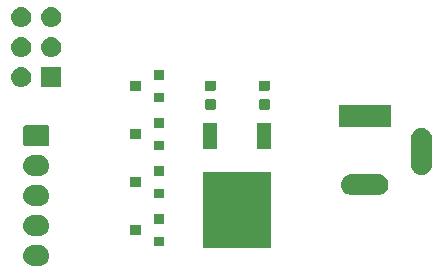
<source format=gbr>
G04 #@! TF.GenerationSoftware,KiCad,Pcbnew,5.0.2-bee76a0~70~ubuntu18.04.1*
G04 #@! TF.CreationDate,2019-12-10T21:20:44+01:00*
G04 #@! TF.ProjectId,RGB_strip,5247425f-7374-4726-9970-2e6b69636164,rev?*
G04 #@! TF.SameCoordinates,Original*
G04 #@! TF.FileFunction,Soldermask,Bot*
G04 #@! TF.FilePolarity,Negative*
%FSLAX46Y46*%
G04 Gerber Fmt 4.6, Leading zero omitted, Abs format (unit mm)*
G04 Created by KiCad (PCBNEW 5.0.2-bee76a0~70~ubuntu18.04.1) date mar 10 dic 2019 21:20:44 CET*
%MOMM*%
%LPD*%
G01*
G04 APERTURE LIST*
%ADD10C,0.100000*%
G04 APERTURE END LIST*
D10*
G36*
X106953546Y-107473588D02*
X106953549Y-107473589D01*
X106953550Y-107473589D01*
X107117545Y-107523336D01*
X107117547Y-107523337D01*
X107268686Y-107604122D01*
X107401159Y-107712841D01*
X107509878Y-107845314D01*
X107590663Y-107996453D01*
X107640412Y-108160454D01*
X107657209Y-108331000D01*
X107640412Y-108501546D01*
X107590663Y-108665547D01*
X107509878Y-108816686D01*
X107401159Y-108949159D01*
X107268686Y-109057878D01*
X107117547Y-109138663D01*
X107117545Y-109138664D01*
X106953550Y-109188411D01*
X106953549Y-109188411D01*
X106953546Y-109188412D01*
X106825738Y-109201000D01*
X106280262Y-109201000D01*
X106152454Y-109188412D01*
X106152451Y-109188411D01*
X106152450Y-109188411D01*
X105988455Y-109138664D01*
X105988453Y-109138663D01*
X105837314Y-109057878D01*
X105704841Y-108949159D01*
X105596122Y-108816686D01*
X105515337Y-108665547D01*
X105465588Y-108501546D01*
X105448791Y-108331000D01*
X105465588Y-108160454D01*
X105515337Y-107996453D01*
X105596122Y-107845314D01*
X105704841Y-107712841D01*
X105837314Y-107604122D01*
X105988453Y-107523337D01*
X105988455Y-107523336D01*
X106152450Y-107473589D01*
X106152451Y-107473589D01*
X106152454Y-107473588D01*
X106280262Y-107461000D01*
X106825738Y-107461000D01*
X106953546Y-107473588D01*
X106953546Y-107473588D01*
G37*
G36*
X126471000Y-107662000D02*
X120671000Y-107662000D01*
X120671000Y-101262000D01*
X126471000Y-101262000D01*
X126471000Y-107662000D01*
X126471000Y-107662000D01*
G37*
G36*
X117401000Y-107522000D02*
X116501000Y-107522000D01*
X116501000Y-106722000D01*
X117401000Y-106722000D01*
X117401000Y-107522000D01*
X117401000Y-107522000D01*
G37*
G36*
X106953546Y-104933588D02*
X106953549Y-104933589D01*
X106953550Y-104933589D01*
X107117545Y-104983336D01*
X107117547Y-104983337D01*
X107268686Y-105064122D01*
X107401159Y-105172841D01*
X107509878Y-105305314D01*
X107590663Y-105456453D01*
X107640412Y-105620454D01*
X107657209Y-105791000D01*
X107640412Y-105961546D01*
X107590663Y-106125547D01*
X107509878Y-106276686D01*
X107401159Y-106409159D01*
X107268686Y-106517878D01*
X107167430Y-106572000D01*
X107117545Y-106598664D01*
X106953550Y-106648411D01*
X106953549Y-106648411D01*
X106953546Y-106648412D01*
X106825738Y-106661000D01*
X106280262Y-106661000D01*
X106152454Y-106648412D01*
X106152451Y-106648411D01*
X106152450Y-106648411D01*
X105988455Y-106598664D01*
X105938570Y-106572000D01*
X105837314Y-106517878D01*
X105704841Y-106409159D01*
X105596122Y-106276686D01*
X105515337Y-106125547D01*
X105465588Y-105961546D01*
X105448791Y-105791000D01*
X105465588Y-105620454D01*
X105515337Y-105456453D01*
X105596122Y-105305314D01*
X105704841Y-105172841D01*
X105837314Y-105064122D01*
X105988453Y-104983337D01*
X105988455Y-104983336D01*
X106152450Y-104933589D01*
X106152451Y-104933589D01*
X106152454Y-104933588D01*
X106280262Y-104921000D01*
X106825738Y-104921000D01*
X106953546Y-104933588D01*
X106953546Y-104933588D01*
G37*
G36*
X115401000Y-106572000D02*
X114501000Y-106572000D01*
X114501000Y-105772000D01*
X115401000Y-105772000D01*
X115401000Y-106572000D01*
X115401000Y-106572000D01*
G37*
G36*
X117401000Y-105622000D02*
X116501000Y-105622000D01*
X116501000Y-104822000D01*
X117401000Y-104822000D01*
X117401000Y-105622000D01*
X117401000Y-105622000D01*
G37*
G36*
X106953546Y-102393588D02*
X106953549Y-102393589D01*
X106953550Y-102393589D01*
X107117545Y-102443336D01*
X107117547Y-102443337D01*
X107268686Y-102524122D01*
X107401159Y-102632841D01*
X107509878Y-102765314D01*
X107590663Y-102916453D01*
X107640412Y-103080454D01*
X107657209Y-103251000D01*
X107640412Y-103421546D01*
X107590663Y-103585547D01*
X107509878Y-103736686D01*
X107401159Y-103869159D01*
X107268686Y-103977878D01*
X107117547Y-104058663D01*
X107117545Y-104058664D01*
X106953550Y-104108411D01*
X106953549Y-104108411D01*
X106953546Y-104108412D01*
X106825738Y-104121000D01*
X106280262Y-104121000D01*
X106152454Y-104108412D01*
X106152451Y-104108411D01*
X106152450Y-104108411D01*
X105988455Y-104058664D01*
X105988453Y-104058663D01*
X105837314Y-103977878D01*
X105704841Y-103869159D01*
X105596122Y-103736686D01*
X105515337Y-103585547D01*
X105465588Y-103421546D01*
X105448791Y-103251000D01*
X105465588Y-103080454D01*
X105515337Y-102916453D01*
X105596122Y-102765314D01*
X105704841Y-102632841D01*
X105837314Y-102524122D01*
X105988453Y-102443337D01*
X105988455Y-102443336D01*
X106152450Y-102393589D01*
X106152451Y-102393589D01*
X106152454Y-102393588D01*
X106280262Y-102381000D01*
X106825738Y-102381000D01*
X106953546Y-102393588D01*
X106953546Y-102393588D01*
G37*
G36*
X117401000Y-103458000D02*
X116501000Y-103458000D01*
X116501000Y-102658000D01*
X117401000Y-102658000D01*
X117401000Y-103458000D01*
X117401000Y-103458000D01*
G37*
G36*
X135642432Y-101433022D02*
X135812081Y-101484485D01*
X135968433Y-101568056D01*
X136105475Y-101680525D01*
X136217944Y-101817567D01*
X136301515Y-101973919D01*
X136352978Y-102143568D01*
X136370354Y-102320000D01*
X136352978Y-102496432D01*
X136301515Y-102666081D01*
X136217944Y-102822433D01*
X136105475Y-102959475D01*
X135968433Y-103071944D01*
X135812081Y-103155515D01*
X135642432Y-103206978D01*
X135510211Y-103220000D01*
X133221789Y-103220000D01*
X133089568Y-103206978D01*
X132919919Y-103155515D01*
X132763567Y-103071944D01*
X132626525Y-102959475D01*
X132514056Y-102822433D01*
X132430485Y-102666081D01*
X132379022Y-102496432D01*
X132361646Y-102320000D01*
X132379022Y-102143568D01*
X132430485Y-101973919D01*
X132514056Y-101817567D01*
X132626525Y-101680525D01*
X132763567Y-101568056D01*
X132919919Y-101484485D01*
X133089568Y-101433022D01*
X133221789Y-101420000D01*
X135510211Y-101420000D01*
X135642432Y-101433022D01*
X135642432Y-101433022D01*
G37*
G36*
X115401000Y-102508000D02*
X114501000Y-102508000D01*
X114501000Y-101708000D01*
X115401000Y-101708000D01*
X115401000Y-102508000D01*
X115401000Y-102508000D01*
G37*
G36*
X106953546Y-99853588D02*
X106953549Y-99853589D01*
X106953550Y-99853589D01*
X107117545Y-99903336D01*
X107117547Y-99903337D01*
X107268686Y-99984122D01*
X107401159Y-100092841D01*
X107509878Y-100225314D01*
X107590663Y-100376453D01*
X107640412Y-100540454D01*
X107657209Y-100711000D01*
X107640412Y-100881546D01*
X107590663Y-101045547D01*
X107509878Y-101196686D01*
X107401159Y-101329159D01*
X107268686Y-101437878D01*
X107139410Y-101506977D01*
X107117545Y-101518664D01*
X106953550Y-101568411D01*
X106953549Y-101568411D01*
X106953546Y-101568412D01*
X106825738Y-101581000D01*
X106280262Y-101581000D01*
X106152454Y-101568412D01*
X106152451Y-101568411D01*
X106152450Y-101568411D01*
X105988455Y-101518664D01*
X105966590Y-101506977D01*
X105837314Y-101437878D01*
X105704841Y-101329159D01*
X105596122Y-101196686D01*
X105515337Y-101045547D01*
X105465588Y-100881546D01*
X105448791Y-100711000D01*
X105465588Y-100540454D01*
X105515337Y-100376453D01*
X105596122Y-100225314D01*
X105704841Y-100092841D01*
X105837314Y-99984122D01*
X105988453Y-99903337D01*
X105988455Y-99903336D01*
X106152450Y-99853589D01*
X106152451Y-99853589D01*
X106152454Y-99853588D01*
X106280262Y-99841000D01*
X106825738Y-99841000D01*
X106953546Y-99853588D01*
X106953546Y-99853588D01*
G37*
G36*
X117401000Y-101558000D02*
X116501000Y-101558000D01*
X116501000Y-100758000D01*
X117401000Y-100758000D01*
X117401000Y-101558000D01*
X117401000Y-101558000D01*
G37*
G36*
X139342431Y-97533022D02*
X139512076Y-97584484D01*
X139668436Y-97668059D01*
X139805475Y-97780525D01*
X139917944Y-97917567D01*
X140001515Y-98073919D01*
X140052978Y-98243568D01*
X140066000Y-98375789D01*
X140066000Y-100664211D01*
X140052978Y-100796432D01*
X140001515Y-100966081D01*
X139917944Y-101122433D01*
X139805475Y-101259475D01*
X139668433Y-101371944D01*
X139512081Y-101455515D01*
X139342432Y-101506978D01*
X139166000Y-101524354D01*
X138989569Y-101506978D01*
X138819920Y-101455515D01*
X138663568Y-101371944D01*
X138526526Y-101259475D01*
X138414057Y-101122433D01*
X138330486Y-100966081D01*
X138279023Y-100796432D01*
X138266001Y-100664211D01*
X138266000Y-98375790D01*
X138279022Y-98243569D01*
X138330484Y-98073924D01*
X138414059Y-97917564D01*
X138526525Y-97780525D01*
X138663567Y-97668056D01*
X138819919Y-97584485D01*
X138989568Y-97533022D01*
X139166000Y-97515646D01*
X139342431Y-97533022D01*
X139342431Y-97533022D01*
G37*
G36*
X117401000Y-99394000D02*
X116501000Y-99394000D01*
X116501000Y-98594000D01*
X117401000Y-98594000D01*
X117401000Y-99394000D01*
X117401000Y-99394000D01*
G37*
G36*
X126451000Y-99262000D02*
X125251000Y-99262000D01*
X125251000Y-97062000D01*
X126451000Y-97062000D01*
X126451000Y-99262000D01*
X126451000Y-99262000D01*
G37*
G36*
X121891000Y-99262000D02*
X120691000Y-99262000D01*
X120691000Y-97062000D01*
X121891000Y-97062000D01*
X121891000Y-99262000D01*
X121891000Y-99262000D01*
G37*
G36*
X107523355Y-97304685D02*
X107553431Y-97313808D01*
X107581145Y-97328622D01*
X107605440Y-97348560D01*
X107625378Y-97372855D01*
X107640192Y-97400569D01*
X107649315Y-97430645D01*
X107653000Y-97468059D01*
X107653000Y-98873941D01*
X107649315Y-98911355D01*
X107640192Y-98941431D01*
X107625378Y-98969145D01*
X107605440Y-98993440D01*
X107581145Y-99013378D01*
X107553431Y-99028192D01*
X107523355Y-99037315D01*
X107485941Y-99041000D01*
X105620059Y-99041000D01*
X105582645Y-99037315D01*
X105552569Y-99028192D01*
X105524855Y-99013378D01*
X105500560Y-98993440D01*
X105480622Y-98969145D01*
X105465808Y-98941431D01*
X105456685Y-98911355D01*
X105453000Y-98873941D01*
X105453000Y-97468059D01*
X105456685Y-97430645D01*
X105465808Y-97400569D01*
X105480622Y-97372855D01*
X105500560Y-97348560D01*
X105524855Y-97328622D01*
X105552569Y-97313808D01*
X105582645Y-97304685D01*
X105620059Y-97301000D01*
X107485941Y-97301000D01*
X107523355Y-97304685D01*
X107523355Y-97304685D01*
G37*
G36*
X115401000Y-98444000D02*
X114501000Y-98444000D01*
X114501000Y-97644000D01*
X115401000Y-97644000D01*
X115401000Y-98444000D01*
X115401000Y-98444000D01*
G37*
G36*
X117401000Y-97494000D02*
X116501000Y-97494000D01*
X116501000Y-96694000D01*
X117401000Y-96694000D01*
X117401000Y-97494000D01*
X117401000Y-97494000D01*
G37*
G36*
X136566000Y-97420000D02*
X132166000Y-97420000D01*
X132166000Y-95620000D01*
X136566000Y-95620000D01*
X136566000Y-97420000D01*
X136566000Y-97420000D01*
G37*
G36*
X121634116Y-95095595D02*
X121663313Y-95104452D01*
X121690218Y-95118833D01*
X121713808Y-95138192D01*
X121733167Y-95161782D01*
X121747548Y-95188687D01*
X121756405Y-95217884D01*
X121760000Y-95254390D01*
X121760000Y-95804610D01*
X121756405Y-95841116D01*
X121747548Y-95870313D01*
X121733167Y-95897218D01*
X121713808Y-95920808D01*
X121690218Y-95940167D01*
X121663313Y-95954548D01*
X121634116Y-95963405D01*
X121597610Y-95967000D01*
X120972390Y-95967000D01*
X120935884Y-95963405D01*
X120906687Y-95954548D01*
X120879782Y-95940167D01*
X120856192Y-95920808D01*
X120836833Y-95897218D01*
X120822452Y-95870313D01*
X120813595Y-95841116D01*
X120810000Y-95804610D01*
X120810000Y-95254390D01*
X120813595Y-95217884D01*
X120822452Y-95188687D01*
X120836833Y-95161782D01*
X120856192Y-95138192D01*
X120879782Y-95118833D01*
X120906687Y-95104452D01*
X120935884Y-95095595D01*
X120972390Y-95092000D01*
X121597610Y-95092000D01*
X121634116Y-95095595D01*
X121634116Y-95095595D01*
G37*
G36*
X126206116Y-95095595D02*
X126235313Y-95104452D01*
X126262218Y-95118833D01*
X126285808Y-95138192D01*
X126305167Y-95161782D01*
X126319548Y-95188687D01*
X126328405Y-95217884D01*
X126332000Y-95254390D01*
X126332000Y-95804610D01*
X126328405Y-95841116D01*
X126319548Y-95870313D01*
X126305167Y-95897218D01*
X126285808Y-95920808D01*
X126262218Y-95940167D01*
X126235313Y-95954548D01*
X126206116Y-95963405D01*
X126169610Y-95967000D01*
X125544390Y-95967000D01*
X125507884Y-95963405D01*
X125478687Y-95954548D01*
X125451782Y-95940167D01*
X125428192Y-95920808D01*
X125408833Y-95897218D01*
X125394452Y-95870313D01*
X125385595Y-95841116D01*
X125382000Y-95804610D01*
X125382000Y-95254390D01*
X125385595Y-95217884D01*
X125394452Y-95188687D01*
X125408833Y-95161782D01*
X125428192Y-95138192D01*
X125451782Y-95118833D01*
X125478687Y-95104452D01*
X125507884Y-95095595D01*
X125544390Y-95092000D01*
X126169610Y-95092000D01*
X126206116Y-95095595D01*
X126206116Y-95095595D01*
G37*
G36*
X117401000Y-95330000D02*
X116501000Y-95330000D01*
X116501000Y-94530000D01*
X117401000Y-94530000D01*
X117401000Y-95330000D01*
X117401000Y-95330000D01*
G37*
G36*
X126206116Y-93520595D02*
X126235313Y-93529452D01*
X126262218Y-93543833D01*
X126285808Y-93563192D01*
X126305167Y-93586782D01*
X126319548Y-93613687D01*
X126328405Y-93642884D01*
X126332000Y-93679390D01*
X126332000Y-94229610D01*
X126328405Y-94266116D01*
X126319548Y-94295313D01*
X126305167Y-94322218D01*
X126285808Y-94345808D01*
X126262218Y-94365167D01*
X126235313Y-94379548D01*
X126206116Y-94388405D01*
X126169610Y-94392000D01*
X125544390Y-94392000D01*
X125507884Y-94388405D01*
X125478687Y-94379548D01*
X125451782Y-94365167D01*
X125428192Y-94345808D01*
X125408833Y-94322218D01*
X125394452Y-94295313D01*
X125385595Y-94266116D01*
X125382000Y-94229610D01*
X125382000Y-93679390D01*
X125385595Y-93642884D01*
X125394452Y-93613687D01*
X125408833Y-93586782D01*
X125428192Y-93563192D01*
X125451782Y-93543833D01*
X125478687Y-93529452D01*
X125507884Y-93520595D01*
X125544390Y-93517000D01*
X126169610Y-93517000D01*
X126206116Y-93520595D01*
X126206116Y-93520595D01*
G37*
G36*
X121634116Y-93520595D02*
X121663313Y-93529452D01*
X121690218Y-93543833D01*
X121713808Y-93563192D01*
X121733167Y-93586782D01*
X121747548Y-93613687D01*
X121756405Y-93642884D01*
X121760000Y-93679390D01*
X121760000Y-94229610D01*
X121756405Y-94266116D01*
X121747548Y-94295313D01*
X121733167Y-94322218D01*
X121713808Y-94345808D01*
X121690218Y-94365167D01*
X121663313Y-94379548D01*
X121634116Y-94388405D01*
X121597610Y-94392000D01*
X120972390Y-94392000D01*
X120935884Y-94388405D01*
X120906687Y-94379548D01*
X120879782Y-94365167D01*
X120856192Y-94345808D01*
X120836833Y-94322218D01*
X120822452Y-94295313D01*
X120813595Y-94266116D01*
X120810000Y-94229610D01*
X120810000Y-93679390D01*
X120813595Y-93642884D01*
X120822452Y-93613687D01*
X120836833Y-93586782D01*
X120856192Y-93563192D01*
X120879782Y-93543833D01*
X120906687Y-93529452D01*
X120935884Y-93520595D01*
X120972390Y-93517000D01*
X121597610Y-93517000D01*
X121634116Y-93520595D01*
X121634116Y-93520595D01*
G37*
G36*
X115401000Y-94380000D02*
X114501000Y-94380000D01*
X114501000Y-93580000D01*
X115401000Y-93580000D01*
X115401000Y-94380000D01*
X115401000Y-94380000D01*
G37*
G36*
X108673000Y-94068000D02*
X106973000Y-94068000D01*
X106973000Y-92368000D01*
X108673000Y-92368000D01*
X108673000Y-94068000D01*
X108673000Y-94068000D01*
G37*
G36*
X105449630Y-92380299D02*
X105609855Y-92428903D01*
X105757520Y-92507831D01*
X105886949Y-92614051D01*
X105993169Y-92743480D01*
X106072097Y-92891145D01*
X106120701Y-93051370D01*
X106137112Y-93218000D01*
X106120701Y-93384630D01*
X106072097Y-93544855D01*
X105993169Y-93692520D01*
X105886949Y-93821949D01*
X105757520Y-93928169D01*
X105609855Y-94007097D01*
X105449630Y-94055701D01*
X105324752Y-94068000D01*
X105241248Y-94068000D01*
X105116370Y-94055701D01*
X104956145Y-94007097D01*
X104808480Y-93928169D01*
X104679051Y-93821949D01*
X104572831Y-93692520D01*
X104493903Y-93544855D01*
X104445299Y-93384630D01*
X104428888Y-93218000D01*
X104445299Y-93051370D01*
X104493903Y-92891145D01*
X104572831Y-92743480D01*
X104679051Y-92614051D01*
X104808480Y-92507831D01*
X104956145Y-92428903D01*
X105116370Y-92380299D01*
X105241248Y-92368000D01*
X105324752Y-92368000D01*
X105449630Y-92380299D01*
X105449630Y-92380299D01*
G37*
G36*
X117401000Y-93430000D02*
X116501000Y-93430000D01*
X116501000Y-92630000D01*
X117401000Y-92630000D01*
X117401000Y-93430000D01*
X117401000Y-93430000D01*
G37*
G36*
X107989630Y-89840299D02*
X108149855Y-89888903D01*
X108297520Y-89967831D01*
X108426949Y-90074051D01*
X108533169Y-90203480D01*
X108612097Y-90351145D01*
X108660701Y-90511370D01*
X108677112Y-90678000D01*
X108660701Y-90844630D01*
X108612097Y-91004855D01*
X108533169Y-91152520D01*
X108426949Y-91281949D01*
X108297520Y-91388169D01*
X108149855Y-91467097D01*
X107989630Y-91515701D01*
X107864752Y-91528000D01*
X107781248Y-91528000D01*
X107656370Y-91515701D01*
X107496145Y-91467097D01*
X107348480Y-91388169D01*
X107219051Y-91281949D01*
X107112831Y-91152520D01*
X107033903Y-91004855D01*
X106985299Y-90844630D01*
X106968888Y-90678000D01*
X106985299Y-90511370D01*
X107033903Y-90351145D01*
X107112831Y-90203480D01*
X107219051Y-90074051D01*
X107348480Y-89967831D01*
X107496145Y-89888903D01*
X107656370Y-89840299D01*
X107781248Y-89828000D01*
X107864752Y-89828000D01*
X107989630Y-89840299D01*
X107989630Y-89840299D01*
G37*
G36*
X105449630Y-89840299D02*
X105609855Y-89888903D01*
X105757520Y-89967831D01*
X105886949Y-90074051D01*
X105993169Y-90203480D01*
X106072097Y-90351145D01*
X106120701Y-90511370D01*
X106137112Y-90678000D01*
X106120701Y-90844630D01*
X106072097Y-91004855D01*
X105993169Y-91152520D01*
X105886949Y-91281949D01*
X105757520Y-91388169D01*
X105609855Y-91467097D01*
X105449630Y-91515701D01*
X105324752Y-91528000D01*
X105241248Y-91528000D01*
X105116370Y-91515701D01*
X104956145Y-91467097D01*
X104808480Y-91388169D01*
X104679051Y-91281949D01*
X104572831Y-91152520D01*
X104493903Y-91004855D01*
X104445299Y-90844630D01*
X104428888Y-90678000D01*
X104445299Y-90511370D01*
X104493903Y-90351145D01*
X104572831Y-90203480D01*
X104679051Y-90074051D01*
X104808480Y-89967831D01*
X104956145Y-89888903D01*
X105116370Y-89840299D01*
X105241248Y-89828000D01*
X105324752Y-89828000D01*
X105449630Y-89840299D01*
X105449630Y-89840299D01*
G37*
G36*
X107989630Y-87300299D02*
X108149855Y-87348903D01*
X108297520Y-87427831D01*
X108426949Y-87534051D01*
X108533169Y-87663480D01*
X108612097Y-87811145D01*
X108660701Y-87971370D01*
X108677112Y-88138000D01*
X108660701Y-88304630D01*
X108612097Y-88464855D01*
X108533169Y-88612520D01*
X108426949Y-88741949D01*
X108297520Y-88848169D01*
X108149855Y-88927097D01*
X107989630Y-88975701D01*
X107864752Y-88988000D01*
X107781248Y-88988000D01*
X107656370Y-88975701D01*
X107496145Y-88927097D01*
X107348480Y-88848169D01*
X107219051Y-88741949D01*
X107112831Y-88612520D01*
X107033903Y-88464855D01*
X106985299Y-88304630D01*
X106968888Y-88138000D01*
X106985299Y-87971370D01*
X107033903Y-87811145D01*
X107112831Y-87663480D01*
X107219051Y-87534051D01*
X107348480Y-87427831D01*
X107496145Y-87348903D01*
X107656370Y-87300299D01*
X107781248Y-87288000D01*
X107864752Y-87288000D01*
X107989630Y-87300299D01*
X107989630Y-87300299D01*
G37*
G36*
X105449630Y-87300299D02*
X105609855Y-87348903D01*
X105757520Y-87427831D01*
X105886949Y-87534051D01*
X105993169Y-87663480D01*
X106072097Y-87811145D01*
X106120701Y-87971370D01*
X106137112Y-88138000D01*
X106120701Y-88304630D01*
X106072097Y-88464855D01*
X105993169Y-88612520D01*
X105886949Y-88741949D01*
X105757520Y-88848169D01*
X105609855Y-88927097D01*
X105449630Y-88975701D01*
X105324752Y-88988000D01*
X105241248Y-88988000D01*
X105116370Y-88975701D01*
X104956145Y-88927097D01*
X104808480Y-88848169D01*
X104679051Y-88741949D01*
X104572831Y-88612520D01*
X104493903Y-88464855D01*
X104445299Y-88304630D01*
X104428888Y-88138000D01*
X104445299Y-87971370D01*
X104493903Y-87811145D01*
X104572831Y-87663480D01*
X104679051Y-87534051D01*
X104808480Y-87427831D01*
X104956145Y-87348903D01*
X105116370Y-87300299D01*
X105241248Y-87288000D01*
X105324752Y-87288000D01*
X105449630Y-87300299D01*
X105449630Y-87300299D01*
G37*
M02*

</source>
